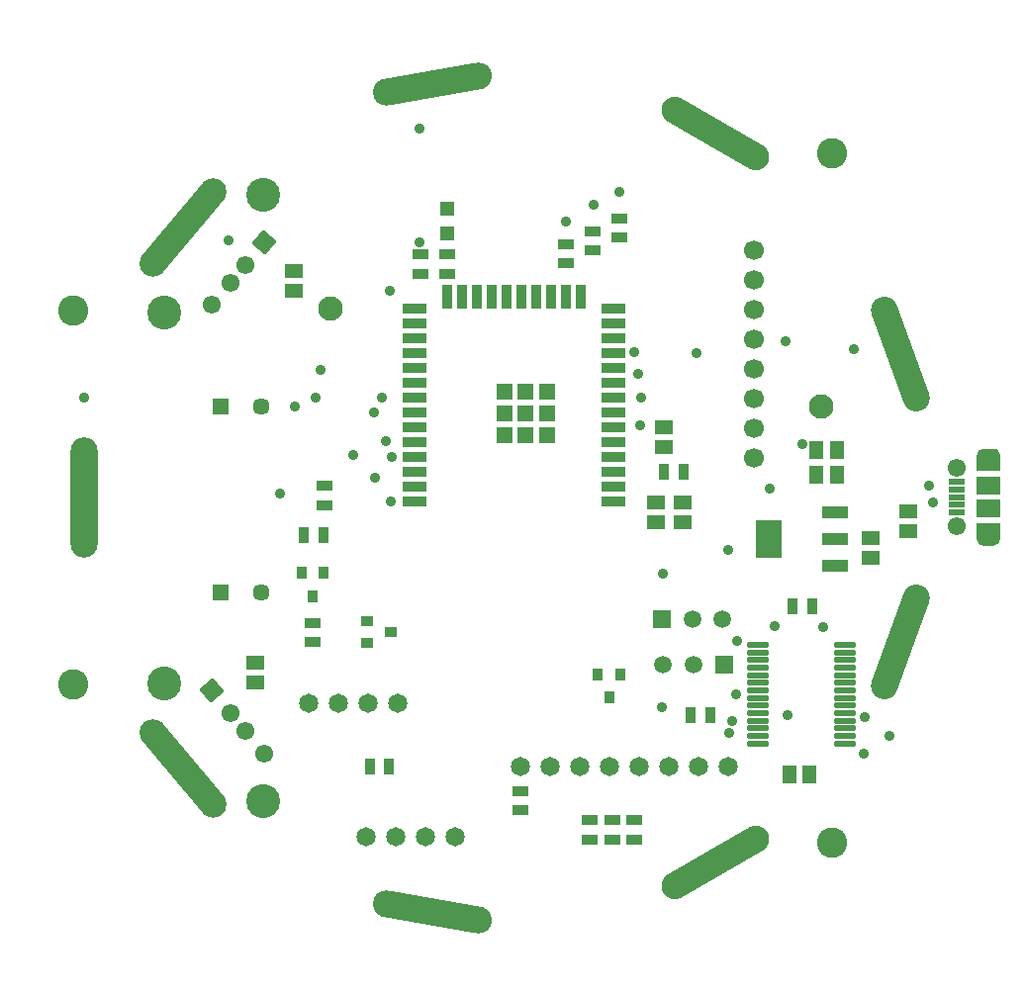
<source format=gts>
G04*
G04 #@! TF.GenerationSoftware,Altium Limited,Altium Designer,21.7.2 (23)*
G04*
G04 Layer_Color=8388736*
%FSAX44Y44*%
%MOMM*%
G71*
G04*
G04 #@! TF.SameCoordinates,0543FC2D-7C39-415B-9C98-CC63C2BD75E6*
G04*
G04*
G04 #@! TF.FilePolarity,Negative*
G04*
G01*
G75*
%ADD13C,0.6000*%
%ADD36R,1.3300X1.3300*%
%ADD37R,0.9000X2.0000*%
%ADD38R,2.0000X0.9000*%
%ADD51R,0.9000X1.0000*%
G04:AMPARAMS|DCode=52|XSize=0.9mm|YSize=1mm|CornerRadius=0mm|HoleSize=0mm|Usage=FLASHONLY|Rotation=0.476|XOffset=0mm|YOffset=0mm|HoleType=Round|Shape=Rectangle|*
%AMROTATEDRECTD52*
4,1,4,-0.4458,-0.5037,-0.4541,0.4963,0.4458,0.5037,0.4541,-0.4963,-0.4458,-0.5037,0.0*
%
%ADD52ROTATEDRECTD52*%

%ADD53R,1.5000X1.3000*%
%ADD54R,2.2000X3.3000*%
%ADD55R,2.2000X1.0000*%
%ADD56R,1.4500X0.9500*%
%ADD57R,1.3000X1.5000*%
%ADD58R,0.9500X1.4500*%
%ADD59O,1.9500X0.5500*%
%ADD60R,1.3000X1.2000*%
%ADD61R,1.0000X0.9000*%
%ADD62R,1.4500X0.5000*%
%ADD63R,2.0000X1.6000*%
G04:AMPARAMS|DCode=64|XSize=2.3mm|YSize=10.3mm|CornerRadius=1.15mm|HoleSize=0mm|Usage=FLASHONLY|Rotation=160.000|XOffset=0mm|YOffset=0mm|HoleType=Round|Shape=RoundedRectangle|*
%AMROUNDEDRECTD64*
21,1,2.3000,8.0000,0,0,160.0*
21,1,0.0000,10.3000,0,0,160.0*
1,1,2.3000,1.3681,3.7588*
1,1,2.3000,1.3681,3.7588*
1,1,2.3000,-1.3681,-3.7588*
1,1,2.3000,-1.3681,-3.7588*
%
%ADD64ROUNDEDRECTD64*%
G04:AMPARAMS|DCode=65|XSize=2.3mm|YSize=10.3mm|CornerRadius=1.15mm|HoleSize=0mm|Usage=FLASHONLY|Rotation=320.000|XOffset=0mm|YOffset=0mm|HoleType=Round|Shape=RoundedRectangle|*
%AMROUNDEDRECTD65*
21,1,2.3000,8.0000,0,0,320.0*
21,1,0.0000,10.3000,0,0,320.0*
1,1,2.3000,-2.5712,-3.0642*
1,1,2.3000,-2.5712,-3.0642*
1,1,2.3000,2.5712,3.0642*
1,1,2.3000,2.5712,3.0642*
%
%ADD65ROUNDEDRECTD65*%
G04:AMPARAMS|DCode=66|XSize=2.3mm|YSize=10.3mm|CornerRadius=1.15mm|HoleSize=0mm|Usage=FLASHONLY|Rotation=0.000|XOffset=0mm|YOffset=0mm|HoleType=Round|Shape=RoundedRectangle|*
%AMROUNDEDRECTD66*
21,1,2.3000,8.0000,0,0,0.0*
21,1,0.0000,10.3000,0,0,0.0*
1,1,2.3000,0.0000,-4.0000*
1,1,2.3000,0.0000,-4.0000*
1,1,2.3000,0.0000,4.0000*
1,1,2.3000,0.0000,4.0000*
%
%ADD66ROUNDEDRECTD66*%
G04:AMPARAMS|DCode=67|XSize=2.3mm|YSize=10.3mm|CornerRadius=1.15mm|HoleSize=0mm|Usage=FLASHONLY|Rotation=40.000|XOffset=0mm|YOffset=0mm|HoleType=Round|Shape=RoundedRectangle|*
%AMROUNDEDRECTD67*
21,1,2.3000,8.0000,0,0,40.0*
21,1,0.0000,10.3000,0,0,40.0*
1,1,2.3000,2.5712,-3.0642*
1,1,2.3000,2.5712,-3.0642*
1,1,2.3000,-2.5712,3.0642*
1,1,2.3000,-2.5712,3.0642*
%
%ADD67ROUNDEDRECTD67*%
G04:AMPARAMS|DCode=68|XSize=2.3mm|YSize=10.3mm|CornerRadius=1.15mm|HoleSize=0mm|Usage=FLASHONLY|Rotation=120.000|XOffset=0mm|YOffset=0mm|HoleType=Round|Shape=RoundedRectangle|*
%AMROUNDEDRECTD68*
21,1,2.3000,8.0000,0,0,120.0*
21,1,0.0000,10.3000,0,0,120.0*
1,1,2.3000,3.4641,2.0000*
1,1,2.3000,3.4641,2.0000*
1,1,2.3000,-3.4641,-2.0000*
1,1,2.3000,-3.4641,-2.0000*
%
%ADD68ROUNDEDRECTD68*%
G04:AMPARAMS|DCode=69|XSize=2.3mm|YSize=10.3mm|CornerRadius=1.15mm|HoleSize=0mm|Usage=FLASHONLY|Rotation=80.000|XOffset=0mm|YOffset=0mm|HoleType=Round|Shape=RoundedRectangle|*
%AMROUNDEDRECTD69*
21,1,2.3000,8.0000,0,0,80.0*
21,1,0.0000,10.3000,0,0,80.0*
1,1,2.3000,3.9392,-0.6946*
1,1,2.3000,3.9392,-0.6946*
1,1,2.3000,-3.9392,0.6946*
1,1,2.3000,-3.9392,0.6946*
%
%ADD69ROUNDEDRECTD69*%
G04:AMPARAMS|DCode=70|XSize=2.3mm|YSize=10.3mm|CornerRadius=1.15mm|HoleSize=0mm|Usage=FLASHONLY|Rotation=280.000|XOffset=0mm|YOffset=0mm|HoleType=Round|Shape=RoundedRectangle|*
%AMROUNDEDRECTD70*
21,1,2.3000,8.0000,0,0,280.0*
21,1,0.0000,10.3000,0,0,280.0*
1,1,2.3000,-3.9392,-0.6946*
1,1,2.3000,-3.9392,-0.6946*
1,1,2.3000,3.9392,0.6946*
1,1,2.3000,3.9392,0.6946*
%
%ADD70ROUNDEDRECTD70*%
G04:AMPARAMS|DCode=71|XSize=2.3mm|YSize=10.3mm|CornerRadius=1.15mm|HoleSize=0mm|Usage=FLASHONLY|Rotation=240.000|XOffset=0mm|YOffset=0mm|HoleType=Round|Shape=RoundedRectangle|*
%AMROUNDEDRECTD71*
21,1,2.3000,8.0000,0,0,240.0*
21,1,0.0000,10.3000,0,0,240.0*
1,1,2.3000,-3.4641,2.0000*
1,1,2.3000,-3.4641,2.0000*
1,1,2.3000,3.4641,-2.0000*
1,1,2.3000,3.4641,-2.0000*
%
%ADD71ROUNDEDRECTD71*%
G04:AMPARAMS|DCode=72|XSize=2.3mm|YSize=10.3mm|CornerRadius=1.15mm|HoleSize=0mm|Usage=FLASHONLY|Rotation=200.000|XOffset=0mm|YOffset=0mm|HoleType=Round|Shape=RoundedRectangle|*
%AMROUNDEDRECTD72*
21,1,2.3000,8.0000,0,0,200.0*
21,1,0.0000,10.3000,0,0,200.0*
1,1,2.3000,-1.3681,3.7588*
1,1,2.3000,-1.3681,3.7588*
1,1,2.3000,1.3681,-3.7588*
1,1,2.3000,1.3681,-3.7588*
%
%ADD72ROUNDEDRECTD72*%
%ADD73C,0.8000*%
%ADD74C,1.4500*%
%ADD75R,1.4500X1.4500*%
%ADD76C,1.6500*%
%ADD77C,1.7000*%
%ADD78C,2.9000*%
%ADD79C,1.5500*%
%ADD80P,2.1920X4X355.0*%
%ADD81P,2.1920X4X275.0*%
%ADD82C,2.6000*%
%ADD83C,1.5000*%
%ADD84R,1.5000X1.5000*%
%ADD85C,0.9000*%
%ADD86C,2.1000*%
G36*
X00863097Y00416256D02*
X00863192Y00416227D01*
X00863278Y00416180D01*
X00863354Y00416118D01*
X00863417Y00416042D01*
X00863463Y00415955D01*
X00863492Y00415861D01*
X00863502Y00415763D01*
Y00402763D01*
X00863492Y00402665D01*
X00863463Y00402570D01*
X00863417Y00402484D01*
X00863354Y00402407D01*
X00863278Y00402345D01*
X00863192Y00402299D01*
X00863097Y00402270D01*
X00862999Y00402260D01*
X00858502D01*
Y00397763D01*
X00858492Y00397665D01*
X00858464Y00397571D01*
X00858417Y00397484D01*
X00858355Y00397408D01*
X00858279Y00397345D01*
X00858192Y00397299D01*
X00858098Y00397270D01*
X00858000Y00397261D01*
X00848999Y00397260D01*
X00848999D01*
D01*
X00848901Y00397270D01*
X00848807Y00397299D01*
X00848720Y00397345D01*
X00848644Y00397407D01*
X00848581Y00397484D01*
X00848535Y00397570D01*
X00848506Y00397665D01*
X00848497Y00397763D01*
Y00397763D01*
D01*
Y00402260D01*
X00843999D01*
X00843901Y00402270D01*
X00843807Y00402299D01*
X00843720Y00402345D01*
X00843644Y00402407D01*
X00843581Y00402484D01*
X00843535Y00402570D01*
X00843506Y00402665D01*
X00843497Y00402763D01*
Y00415763D01*
X00843506Y00415861D01*
X00843535Y00415955D01*
X00843581Y00416042D01*
X00843644Y00416118D01*
X00843720Y00416180D01*
X00843807Y00416227D01*
X00843901Y00416256D01*
X00843999Y00416265D01*
X00862999D01*
X00863097Y00416256D01*
D02*
G37*
G36*
X00858097Y00480256D02*
X00858192Y00480227D01*
X00858278Y00480181D01*
X00858354Y00480118D01*
X00858417Y00480042D01*
X00858463Y00479955D01*
X00858492Y00479861D01*
X00858502Y00479763D01*
Y00479763D01*
D01*
Y00475265D01*
X00862999D01*
X00863097Y00475256D01*
X00863192Y00475227D01*
X00863278Y00475181D01*
X00863354Y00475118D01*
X00863417Y00475042D01*
X00863463Y00474955D01*
X00863492Y00474861D01*
X00863502Y00474763D01*
Y00461763D01*
X00863492Y00461665D01*
X00863463Y00461571D01*
X00863417Y00461484D01*
X00863354Y00461408D01*
X00863278Y00461345D01*
X00863192Y00461299D01*
X00863097Y00461270D01*
X00862999Y00461260D01*
X00843999D01*
X00843901Y00461270D01*
X00843807Y00461299D01*
X00843720Y00461345D01*
X00843644Y00461408D01*
X00843581Y00461484D01*
X00843535Y00461571D01*
X00843506Y00461665D01*
X00843497Y00461763D01*
Y00474763D01*
X00843506Y00474861D01*
X00843535Y00474955D01*
X00843581Y00475042D01*
X00843644Y00475118D01*
X00843720Y00475181D01*
X00843807Y00475227D01*
X00843901Y00475256D01*
X00843999Y00475265D01*
X00848497D01*
Y00479763D01*
X00848506Y00479861D01*
X00848535Y00479955D01*
X00848581Y00480042D01*
X00848644Y00480118D01*
X00848720Y00480180D01*
X00848807Y00480227D01*
X00848901Y00480255D01*
X00848999Y00480265D01*
X00857999Y00480265D01*
X00857999D01*
D01*
X00858097Y00480256D01*
D02*
G37*
D13*
X00860499Y00402763D02*
G03*
X00860499Y00402763I-00002500J00000000D01*
G01*
X00851499D02*
G03*
X00851499Y00402763I-00002500J00000000D01*
G01*
X00860499Y00474763D02*
G03*
X00860499Y00474763I-00002500J00000000D01*
G01*
X00851499D02*
G03*
X00851499Y00474763I-00002500J00000000D01*
G01*
D36*
X00439150Y00528750D02*
D03*
X00457500D02*
D03*
X00475850D02*
D03*
X00439150Y00510400D02*
D03*
X00457500D02*
D03*
X00475850D02*
D03*
X00439150Y00492050D02*
D03*
X00457500D02*
D03*
X00475850D02*
D03*
D37*
X00390350Y00610500D02*
D03*
X00403050D02*
D03*
X00415750D02*
D03*
X00428450D02*
D03*
X00441150D02*
D03*
X00453850D02*
D03*
X00466550D02*
D03*
X00479250D02*
D03*
X00491950D02*
D03*
X00504650D02*
D03*
D38*
X00362500Y00435400D02*
D03*
Y00448100D02*
D03*
Y00460800D02*
D03*
Y00473500D02*
D03*
Y00486200D02*
D03*
Y00498900D02*
D03*
Y00511600D02*
D03*
Y00524300D02*
D03*
Y00537000D02*
D03*
Y00549700D02*
D03*
Y00562400D02*
D03*
Y00575100D02*
D03*
Y00587800D02*
D03*
Y00600500D02*
D03*
X00532500D02*
D03*
Y00587800D02*
D03*
Y00575100D02*
D03*
Y00562400D02*
D03*
Y00549700D02*
D03*
Y00537000D02*
D03*
Y00524300D02*
D03*
Y00511600D02*
D03*
Y00498900D02*
D03*
Y00486200D02*
D03*
Y00473500D02*
D03*
Y00460800D02*
D03*
Y00448100D02*
D03*
Y00435400D02*
D03*
D51*
X00284500Y00374000D02*
D03*
X00265500D02*
D03*
X00275000Y00354000D02*
D03*
D52*
X00529083Y00267000D02*
D03*
X00519417Y00286921D02*
D03*
X00538417Y00287078D02*
D03*
D53*
X00259000Y00632500D02*
D03*
Y00615500D02*
D03*
X00785000Y00426500D02*
D03*
Y00409500D02*
D03*
X00226250Y00297250D02*
D03*
X00226250Y00280250D02*
D03*
X00753000Y00403500D02*
D03*
Y00386500D02*
D03*
X00569000Y00434500D02*
D03*
Y00417500D02*
D03*
X00576000Y00481500D02*
D03*
Y00498500D02*
D03*
X00592000Y00434500D02*
D03*
Y00417500D02*
D03*
D54*
X00665500Y00403000D02*
D03*
D55*
X00722500Y00426000D02*
D03*
Y00403000D02*
D03*
Y00380000D02*
D03*
D56*
X00492000Y00638750D02*
D03*
Y00655250D02*
D03*
X00538000Y00660750D02*
D03*
Y00677250D02*
D03*
X00550500Y00162250D02*
D03*
Y00145750D02*
D03*
X00531500Y00162250D02*
D03*
Y00145750D02*
D03*
X00512500Y00162250D02*
D03*
Y00145750D02*
D03*
X00390350Y00629750D02*
D03*
Y00646250D02*
D03*
X00367350Y00629750D02*
D03*
Y00646250D02*
D03*
X00515000Y00666250D02*
D03*
Y00649750D02*
D03*
X00275000Y00314750D02*
D03*
Y00331250D02*
D03*
X00285000Y00431750D02*
D03*
Y00448250D02*
D03*
X00453000Y00187000D02*
D03*
Y00170500D02*
D03*
D57*
X00723500Y00479000D02*
D03*
X00706500D02*
D03*
X00723500Y00458000D02*
D03*
X00706500D02*
D03*
X00683000Y00201000D02*
D03*
X00700000D02*
D03*
D58*
X00324250Y00208000D02*
D03*
X00340750D02*
D03*
X00592250Y00460000D02*
D03*
X00575750D02*
D03*
X00267750Y00406000D02*
D03*
X00284250D02*
D03*
X00598750Y00252000D02*
D03*
X00615250D02*
D03*
X00686000Y00345250D02*
D03*
X00702500D02*
D03*
D59*
X00655750Y00312250D02*
D03*
Y00305750D02*
D03*
Y00299250D02*
D03*
Y00292750D02*
D03*
Y00286250D02*
D03*
Y00279750D02*
D03*
Y00273250D02*
D03*
Y00266750D02*
D03*
Y00260250D02*
D03*
Y00253750D02*
D03*
Y00247250D02*
D03*
Y00240750D02*
D03*
Y00234250D02*
D03*
Y00227750D02*
D03*
X00730250Y00312250D02*
D03*
Y00305750D02*
D03*
Y00299250D02*
D03*
Y00292750D02*
D03*
Y00286250D02*
D03*
Y00279750D02*
D03*
Y00273250D02*
D03*
Y00266750D02*
D03*
Y00260250D02*
D03*
Y00253750D02*
D03*
Y00247250D02*
D03*
Y00240750D02*
D03*
Y00234250D02*
D03*
Y00227750D02*
D03*
D60*
X00390350Y00685500D02*
D03*
Y00664500D02*
D03*
D61*
X00321750Y00332500D02*
D03*
Y00313500D02*
D03*
X00341750Y00323000D02*
D03*
D62*
X00826499Y00425763D02*
D03*
Y00432263D02*
D03*
Y00438763D02*
D03*
Y00445263D02*
D03*
Y00451763D02*
D03*
D63*
X00853499Y00428763D02*
D03*
Y00448763D02*
D03*
D64*
X00778289Y00314873D02*
D03*
D65*
X00164224Y00669404D02*
D03*
D66*
X00080000Y00438000D02*
D03*
D67*
X00164224Y00206596D02*
D03*
D68*
X00620000Y00126231D02*
D03*
D69*
X00377487Y00083469D02*
D03*
D70*
X00377487Y00792531D02*
D03*
D71*
X00620000Y00749769D02*
D03*
D72*
X00778289Y00561127D02*
D03*
D73*
X00439150Y00492050D02*
D03*
X00457500D02*
D03*
X00475850D02*
D03*
Y00510400D02*
D03*
X00475850Y00528750D02*
D03*
X00457500Y00510400D02*
D03*
X00439150D02*
D03*
X00457500Y00528750D02*
D03*
X00439150Y00528750D02*
D03*
D74*
X00231500Y00357000D02*
D03*
Y00516000D02*
D03*
D75*
X00196500Y00357000D02*
D03*
Y00516000D02*
D03*
D76*
X00348400Y00262000D02*
D03*
X00323000D02*
D03*
X00297600D02*
D03*
X00272200D02*
D03*
X00396800Y00148000D02*
D03*
X00371400Y00148000D02*
D03*
X00346000Y00148000D02*
D03*
X00320600Y00148000D02*
D03*
X00631000Y00208000D02*
D03*
X00605600D02*
D03*
X00580200D02*
D03*
X00554800D02*
D03*
X00453200D02*
D03*
X00478600D02*
D03*
X00504000D02*
D03*
X00529400D02*
D03*
D77*
X00653000Y00548600D02*
D03*
Y00523200D02*
D03*
Y00497800D02*
D03*
Y00472400D02*
D03*
Y00574000D02*
D03*
Y00599400D02*
D03*
Y00624800D02*
D03*
Y00650200D02*
D03*
D78*
X00232761Y00178341D02*
D03*
X00148299Y00278999D02*
D03*
X00232761Y00697659D02*
D03*
X00148299Y00597001D02*
D03*
D79*
X00233787Y00219278D02*
D03*
X00217718Y00238429D02*
D03*
X00204862Y00253750D02*
D03*
X00217718Y00637571D02*
D03*
X00204862Y00622250D02*
D03*
X00188792Y00603099D02*
D03*
X00826499Y00463763D02*
D03*
Y00413763D02*
D03*
D80*
X00188792Y00272901D02*
D03*
D81*
X00233787Y00656722D02*
D03*
D82*
X00070000Y00598000D02*
D03*
Y00278000D02*
D03*
X00720000Y00143000D02*
D03*
Y00733000D02*
D03*
D83*
X00601000Y00295000D02*
D03*
X00575000D02*
D03*
X00626000Y00334000D02*
D03*
X00600000D02*
D03*
D84*
X00627000Y00295000D02*
D03*
X00574000Y00334000D02*
D03*
D85*
X00638000Y00316000D02*
D03*
X00278000Y00524000D02*
D03*
X00282000Y00548000D02*
D03*
X00260000Y00516000D02*
D03*
X00343250Y00473250D02*
D03*
X00338000Y00486250D02*
D03*
X00328500Y00455500D02*
D03*
X00342000Y00435000D02*
D03*
X00327250Y00511250D02*
D03*
X00515250Y00689250D02*
D03*
X00537750Y00700000D02*
D03*
X00492000Y00674608D02*
D03*
X00555500Y00500500D02*
D03*
X00681250Y00252000D02*
D03*
X00631750Y00237250D02*
D03*
X00554059Y00544362D02*
D03*
X00550000Y00562500D02*
D03*
X00738475Y00565259D02*
D03*
X00366504Y00754039D02*
D03*
X00203151Y00658865D02*
D03*
X00310211Y00475146D02*
D03*
X00575000Y00373000D02*
D03*
X00247500Y00442000D02*
D03*
X00747468Y00250397D02*
D03*
X00746750Y00218750D02*
D03*
X00711750Y00327500D02*
D03*
X00802674Y00448326D02*
D03*
X00630750Y00393750D02*
D03*
X00670500Y00328250D02*
D03*
X00694000Y00483750D02*
D03*
X00634000Y00247000D02*
D03*
X00573750Y00259000D02*
D03*
X00768500Y00234250D02*
D03*
X00637750Y00269750D02*
D03*
X00334500Y00524250D02*
D03*
X00604000Y00562000D02*
D03*
X00341000Y00615000D02*
D03*
X00556000Y00524000D02*
D03*
X00680000Y00572000D02*
D03*
X00666000Y00446000D02*
D03*
X00806000Y00434000D02*
D03*
X00367000Y00657000D02*
D03*
X00080000Y00524000D02*
D03*
D86*
X00290000Y00600000D02*
D03*
X00710000Y00516000D02*
D03*
M02*

</source>
